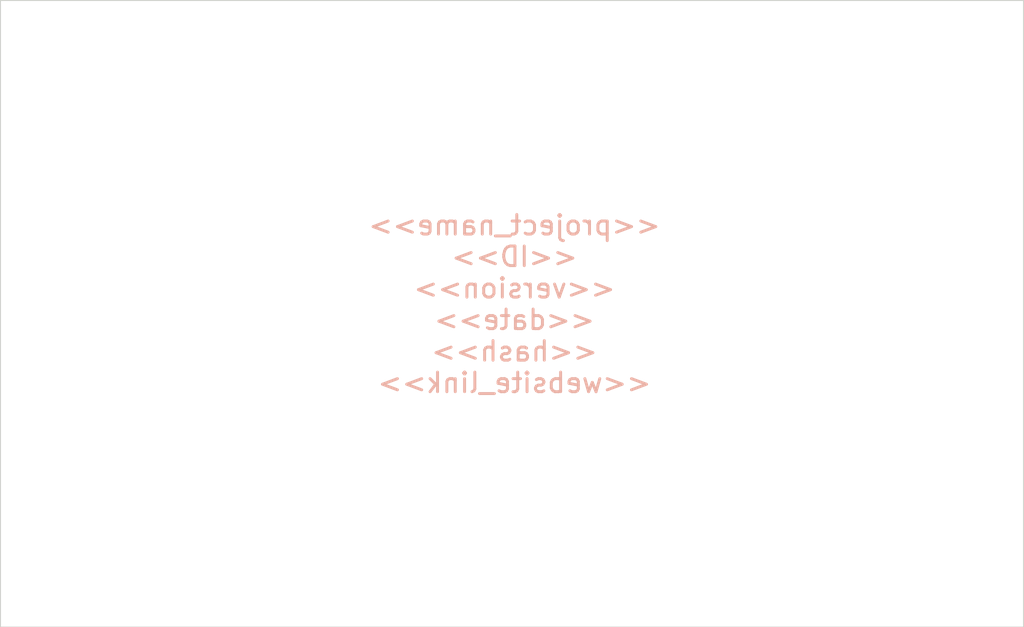
<source format=kicad_pcb>
(kicad_pcb (version 20211014) (generator pcbnew)

  (general
    (thickness 1.6)
  )

  (paper "A4")
  (title_block
    (title "<<ID>>_<<project_name>>")
    (date "<<date>>")
    (rev "<<version>>")
    (comment 4 "<<hash>>")
  )

  (layers
    (0 "F.Cu" signal)
    (31 "B.Cu" signal)
    (32 "B.Adhes" user "B.Adhesive")
    (33 "F.Adhes" user "F.Adhesive")
    (34 "B.Paste" user)
    (35 "F.Paste" user)
    (36 "B.SilkS" user "B.Silkscreen")
    (37 "F.SilkS" user "F.Silkscreen")
    (38 "B.Mask" user)
    (39 "F.Mask" user)
    (40 "Dwgs.User" user "User.Drawings")
    (41 "Cmts.User" user "User.Comments")
    (42 "Eco1.User" user "User.Eco1")
    (43 "Eco2.User" user "User.Eco2")
    (44 "Edge.Cuts" user)
    (45 "Margin" user)
    (46 "B.CrtYd" user "B.Courtyard")
    (47 "F.CrtYd" user "F.Courtyard")
    (48 "B.Fab" user)
    (49 "F.Fab" user)
  )

  (setup
    (stackup
      (layer "F.SilkS" (type "Top Silk Screen"))
      (layer "F.Paste" (type "Top Solder Paste"))
      (layer "F.Mask" (type "Top Solder Mask") (thickness 0.01))
      (layer "F.Cu" (type "copper") (thickness 0.035))
      (layer "dielectric 1" (type "core") (thickness 1.51) (material "FR4") (epsilon_r 4.5) (loss_tangent 0.02))
      (layer "B.Cu" (type "copper") (thickness 0.035))
      (layer "B.Mask" (type "Bottom Solder Mask") (thickness 0.01))
      (layer "B.Paste" (type "Bottom Solder Paste"))
      (layer "B.SilkS" (type "Bottom Silk Screen"))
      (copper_finish "None")
      (dielectric_constraints no)
    )
    (pad_to_mask_clearance 0)
    (pcbplotparams
      (layerselection 0x00010fc_ffffffff)
      (disableapertmacros false)
      (usegerberextensions false)
      (usegerberattributes true)
      (usegerberadvancedattributes true)
      (creategerberjobfile true)
      (svguseinch false)
      (svgprecision 6)
      (excludeedgelayer true)
      (plotframeref false)
      (viasonmask false)
      (mode 1)
      (useauxorigin false)
      (hpglpennumber 1)
      (hpglpenspeed 20)
      (hpglpendiameter 15.000000)
      (dxfpolygonmode true)
      (dxfimperialunits true)
      (dxfusepcbnewfont true)
      (psnegative false)
      (psa4output false)
      (plotreference true)
      (plotvalue true)
      (plotinvisibletext false)
      (sketchpadsonfab false)
      (subtractmaskfromsilk false)
      (outputformat 1)
      (mirror false)
      (drillshape 1)
      (scaleselection 1)
      (outputdirectory "")
    )
  )

  (net 0 "")

  (gr_rect (start 123 75.25) (end 175.25 107.25) (layer "Edge.Cuts") (width 0.05) (fill none) (tstamp 30ebc58f-e1cb-4c85-a484-059f7f03f50c))
  (gr_text "<<project_name>>\n<<ID>>\n<<version>>\n<<date>>\n<<hash>>\n<<website_link>>" (at 149.25 90.75) (layer "B.SilkS") (tstamp 72f86fac-1de9-4853-b551-bbe9529da2a3)
    (effects (font (size 1 1) (thickness 0.15)) (justify mirror))
  )

)

</source>
